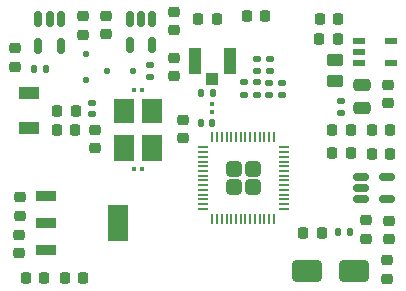
<source format=gbr>
%TF.GenerationSoftware,KiCad,Pcbnew,9.0.2*%
%TF.CreationDate,2025-07-25T10:59:28-07:00*%
%TF.ProjectId,OuterBoard_4.2,4f757465-7242-46f6-9172-645f342e322e,rev?*%
%TF.SameCoordinates,Original*%
%TF.FileFunction,Paste,Bot*%
%TF.FilePolarity,Positive*%
%FSLAX46Y46*%
G04 Gerber Fmt 4.6, Leading zero omitted, Abs format (unit mm)*
G04 Created by KiCad (PCBNEW 9.0.2) date 2025-07-25 10:59:28*
%MOMM*%
%LPD*%
G01*
G04 APERTURE LIST*
G04 Aperture macros list*
%AMRoundRect*
0 Rectangle with rounded corners*
0 $1 Rounding radius*
0 $2 $3 $4 $5 $6 $7 $8 $9 X,Y pos of 4 corners*
0 Add a 4 corners polygon primitive as box body*
4,1,4,$2,$3,$4,$5,$6,$7,$8,$9,$2,$3,0*
0 Add four circle primitives for the rounded corners*
1,1,$1+$1,$2,$3*
1,1,$1+$1,$4,$5*
1,1,$1+$1,$6,$7*
1,1,$1+$1,$8,$9*
0 Add four rect primitives between the rounded corners*
20,1,$1+$1,$2,$3,$4,$5,0*
20,1,$1+$1,$4,$5,$6,$7,0*
20,1,$1+$1,$6,$7,$8,$9,0*
20,1,$1+$1,$8,$9,$2,$3,0*%
G04 Aperture macros list end*
%ADD10RoundRect,0.225000X-0.225000X-0.250000X0.225000X-0.250000X0.225000X0.250000X-0.225000X0.250000X0*%
%ADD11RoundRect,0.225000X0.225000X0.250000X-0.225000X0.250000X-0.225000X-0.250000X0.225000X-0.250000X0*%
%ADD12RoundRect,0.079500X0.079500X0.100500X-0.079500X0.100500X-0.079500X-0.100500X0.079500X-0.100500X0*%
%ADD13RoundRect,0.225000X-0.250000X0.225000X-0.250000X-0.225000X0.250000X-0.225000X0.250000X0.225000X0*%
%ADD14RoundRect,0.225000X0.250000X-0.225000X0.250000X0.225000X-0.250000X0.225000X-0.250000X-0.225000X0*%
%ADD15R,1.050000X2.200000*%
%ADD16R,1.050000X1.000000*%
%ADD17R,1.803400X1.117600*%
%ADD18RoundRect,0.250000X-0.475000X0.250000X-0.475000X-0.250000X0.475000X-0.250000X0.475000X0.250000X0*%
%ADD19RoundRect,0.150000X-0.150000X0.512500X-0.150000X-0.512500X0.150000X-0.512500X0.150000X0.512500X0*%
%ADD20RoundRect,0.079500X-0.079500X-0.100500X0.079500X-0.100500X0.079500X0.100500X-0.079500X0.100500X0*%
%ADD21RoundRect,0.135000X0.185000X-0.135000X0.185000X0.135000X-0.185000X0.135000X-0.185000X-0.135000X0*%
%ADD22R,1.000000X0.599999*%
%ADD23RoundRect,0.250000X-1.000000X-0.650000X1.000000X-0.650000X1.000000X0.650000X-1.000000X0.650000X0*%
%ADD24RoundRect,0.218750X-0.218750X-0.256250X0.218750X-0.256250X0.218750X0.256250X-0.218750X0.256250X0*%
%ADD25R,1.761200X0.850800*%
%ADD26R,1.761200X3.150799*%
%ADD27RoundRect,0.125000X-0.125000X-0.125000X0.125000X-0.125000X0.125000X0.125000X-0.125000X0.125000X0*%
%ADD28RoundRect,0.135000X-0.185000X0.135000X-0.185000X-0.135000X0.185000X-0.135000X0.185000X0.135000X0*%
%ADD29RoundRect,0.140000X0.170000X-0.140000X0.170000X0.140000X-0.170000X0.140000X-0.170000X-0.140000X0*%
%ADD30RoundRect,0.250000X-0.450000X0.262500X-0.450000X-0.262500X0.450000X-0.262500X0.450000X0.262500X0*%
%ADD31RoundRect,0.125000X0.125000X-0.125000X0.125000X0.125000X-0.125000X0.125000X-0.125000X-0.125000X0*%
%ADD32RoundRect,0.079500X0.100500X-0.079500X0.100500X0.079500X-0.100500X0.079500X-0.100500X-0.079500X0*%
%ADD33RoundRect,0.135000X-0.135000X-0.185000X0.135000X-0.185000X0.135000X0.185000X-0.135000X0.185000X0*%
%ADD34R,1.682000X2.294000*%
%ADD35R,1.682000X2.040000*%
%ADD36RoundRect,0.140000X0.140000X0.170000X-0.140000X0.170000X-0.140000X-0.170000X0.140000X-0.170000X0*%
%ADD37RoundRect,0.150000X-0.512500X-0.150000X0.512500X-0.150000X0.512500X0.150000X-0.512500X0.150000X0*%
%ADD38RoundRect,0.249999X-0.395001X0.395001X-0.395001X-0.395001X0.395001X-0.395001X0.395001X0.395001X0*%
%ADD39RoundRect,0.050000X-0.050000X0.387500X-0.050000X-0.387500X0.050000X-0.387500X0.050000X0.387500X0*%
%ADD40RoundRect,0.050000X-0.387500X0.050000X-0.387500X-0.050000X0.387500X-0.050000X0.387500X0.050000X0*%
G04 APERTURE END LIST*
D10*
%TO.C,C16*%
X121765000Y-101750000D03*
X123315000Y-101750000D03*
%TD*%
D11*
%TO.C,C27*%
X152600000Y-91200000D03*
X151050000Y-91200000D03*
%TD*%
D12*
%TO.C,C43*%
X131600000Y-85820000D03*
X130910000Y-85820000D03*
%TD*%
D13*
%TO.C,C7*%
X128550000Y-79560000D03*
X128550000Y-81110000D03*
%TD*%
D14*
%TO.C,C9*%
X152320000Y-101785000D03*
X152320000Y-100235000D03*
%TD*%
%TO.C,C40*%
X127640000Y-90720000D03*
X127640000Y-89170000D03*
%TD*%
D15*
%TO.C,ANT1*%
X139060600Y-83399800D03*
X136110600Y-83399800D03*
D16*
X137585600Y-84924800D03*
%TD*%
D14*
%TO.C,C39*%
X134340000Y-84655000D03*
X134340000Y-83105000D03*
%TD*%
D17*
%TO.C,F1*%
X122070000Y-86071400D03*
X122070000Y-89068600D03*
%TD*%
D13*
%TO.C,C24*%
X150550000Y-96860000D03*
X150550000Y-98410000D03*
%TD*%
D11*
%TO.C,C20*%
X148175000Y-81530000D03*
X146625000Y-81530000D03*
%TD*%
%TO.C,C21*%
X149295000Y-91190000D03*
X147745000Y-91190000D03*
%TD*%
D18*
%TO.C,FB1*%
X150260000Y-85400000D03*
X150260000Y-87300000D03*
%TD*%
D14*
%TO.C,C37*%
X135110000Y-89875000D03*
X135110000Y-88325000D03*
%TD*%
D19*
%TO.C,U3*%
X130590000Y-79762500D03*
X131540000Y-79762500D03*
X132490000Y-79762500D03*
X132490000Y-82037500D03*
X130590000Y-82037500D03*
%TD*%
D13*
%TO.C,C11*%
X121270000Y-94915000D03*
X121270000Y-96465000D03*
%TD*%
%TO.C,C8*%
X134350000Y-79195000D03*
X134350000Y-80745000D03*
%TD*%
D20*
%TO.C,C45*%
X130905000Y-92500000D03*
X131595000Y-92500000D03*
%TD*%
D21*
%TO.C,R3*%
X141340000Y-86200000D03*
X141340000Y-85180000D03*
%TD*%
D22*
%TO.C,U7*%
X149954999Y-83550001D03*
X149954999Y-82600000D03*
X149954999Y-81650002D03*
X152704999Y-81650002D03*
X152704999Y-83550001D03*
%TD*%
D23*
%TO.C,D7*%
X145600000Y-101130000D03*
X149600000Y-101130000D03*
%TD*%
D21*
%TO.C,R20*%
X143510000Y-86210000D03*
X143510000Y-85190000D03*
%TD*%
D24*
%TO.C,D9*%
X145265000Y-97910000D03*
X146840000Y-97910000D03*
%TD*%
D25*
%TO.C,U4*%
X123505000Y-99400000D03*
X123505000Y-97100000D03*
X123505000Y-94800000D03*
D26*
X129555000Y-97100000D03*
%TD*%
D13*
%TO.C,C4*%
X126660000Y-79575000D03*
X126660000Y-81125000D03*
%TD*%
%TO.C,C26*%
X152560000Y-96870000D03*
X152560000Y-98420000D03*
%TD*%
D27*
%TO.C,D11*%
X128682500Y-84210000D03*
X130882500Y-84210000D03*
%TD*%
D28*
%TO.C,R4*%
X132330000Y-83710000D03*
X132330000Y-84730000D03*
%TD*%
D21*
%TO.C,R5*%
X148470000Y-87790000D03*
X148470000Y-86770000D03*
%TD*%
D11*
%TO.C,C25*%
X152600000Y-89190000D03*
X151050000Y-89190000D03*
%TD*%
D29*
%TO.C,C41*%
X127350000Y-87860000D03*
X127350000Y-86900000D03*
%TD*%
D11*
%TO.C,C36*%
X125980000Y-89200000D03*
X124430000Y-89200000D03*
%TD*%
%TO.C,C18*%
X137945000Y-79840000D03*
X136395000Y-79840000D03*
%TD*%
D30*
%TO.C,R10*%
X148000000Y-83257500D03*
X148000000Y-85082500D03*
%TD*%
D11*
%TO.C,C22*%
X148220000Y-79820000D03*
X146670000Y-79820000D03*
%TD*%
D31*
%TO.C,D10*%
X126870000Y-84987500D03*
X126870000Y-82787500D03*
%TD*%
D32*
%TO.C,L1*%
X137585600Y-87669800D03*
X137585600Y-86979800D03*
%TD*%
D33*
%TO.C,R15*%
X148202500Y-97850000D03*
X149222500Y-97850000D03*
%TD*%
D34*
%TO.C,Y2*%
X130078000Y-90747000D03*
D35*
X130078000Y-87580000D03*
X132460000Y-87580000D03*
D34*
X132460000Y-90747000D03*
%TD*%
D21*
%TO.C,R2*%
X142410000Y-86210000D03*
X142410000Y-85190000D03*
%TD*%
D36*
%TO.C,C35*%
X137580000Y-88580000D03*
X136620000Y-88580000D03*
%TD*%
D37*
%TO.C,U5*%
X150122500Y-95040000D03*
X150122500Y-94090000D03*
X150122500Y-93140000D03*
X152397500Y-93140000D03*
X152397500Y-95040000D03*
%TD*%
D13*
%TO.C,C10*%
X121200000Y-98095000D03*
X121200000Y-99645000D03*
%TD*%
D33*
%TO.C,R1*%
X122510000Y-84050000D03*
X123530000Y-84050000D03*
%TD*%
D13*
%TO.C,C3*%
X120890000Y-82300000D03*
X120890000Y-83850000D03*
%TD*%
D11*
%TO.C,C19*%
X149280000Y-89220000D03*
X147730000Y-89220000D03*
%TD*%
D10*
%TO.C,C17*%
X140510000Y-79550000D03*
X142060000Y-79550000D03*
%TD*%
D21*
%TO.C,R19*%
X140230000Y-86200000D03*
X140230000Y-85180000D03*
%TD*%
D10*
%TO.C,C13*%
X125100000Y-101770000D03*
X126650000Y-101770000D03*
%TD*%
D19*
%TO.C,U1*%
X122840000Y-79772500D03*
X123790000Y-79772500D03*
X124740000Y-79772500D03*
X124740000Y-82047500D03*
X122840000Y-82047500D03*
%TD*%
D36*
%TO.C,C33*%
X137590000Y-86064800D03*
X136630000Y-86064800D03*
%TD*%
D28*
%TO.C,R12*%
X141320000Y-83170000D03*
X141320000Y-84190000D03*
%TD*%
D11*
%TO.C,C34*%
X125995000Y-87570000D03*
X124445000Y-87570000D03*
%TD*%
D28*
%TO.C,R11*%
X142440000Y-83190000D03*
X142440000Y-84210000D03*
%TD*%
D14*
%TO.C,C15*%
X152430000Y-86925000D03*
X152430000Y-85375000D03*
%TD*%
D38*
%TO.C,U9*%
X140980000Y-92470000D03*
X139380000Y-92470000D03*
X140980000Y-94070000D03*
X139380000Y-94070000D03*
D39*
X137580000Y-89832500D03*
X137980000Y-89832500D03*
X138380000Y-89832500D03*
X138780000Y-89832500D03*
X139180000Y-89832500D03*
X139580000Y-89832500D03*
X139980000Y-89832500D03*
X140380000Y-89832500D03*
X140780000Y-89832500D03*
X141180000Y-89832500D03*
X141580000Y-89832500D03*
X141980000Y-89832500D03*
X142380000Y-89832500D03*
X142780000Y-89832500D03*
D40*
X143617500Y-90670000D03*
X143617500Y-91070000D03*
X143617500Y-91470000D03*
X143617500Y-91870000D03*
X143617500Y-92270000D03*
X143617500Y-92670000D03*
X143617500Y-93070000D03*
X143617500Y-93470000D03*
X143617500Y-93870000D03*
X143617500Y-94270000D03*
X143617500Y-94670000D03*
X143617500Y-95070000D03*
X143617500Y-95470000D03*
X143617500Y-95870000D03*
D39*
X142780000Y-96707500D03*
X142380000Y-96707500D03*
X141980000Y-96707500D03*
X141580000Y-96707500D03*
X141180000Y-96707500D03*
X140780000Y-96707500D03*
X140380000Y-96707500D03*
X139980000Y-96707500D03*
X139580000Y-96707500D03*
X139180000Y-96707500D03*
X138780000Y-96707500D03*
X138380000Y-96707500D03*
X137980000Y-96707500D03*
X137580000Y-96707500D03*
D40*
X136742500Y-95870000D03*
X136742500Y-95470000D03*
X136742500Y-95070000D03*
X136742500Y-94670000D03*
X136742500Y-94270000D03*
X136742500Y-93870000D03*
X136742500Y-93470000D03*
X136742500Y-93070000D03*
X136742500Y-92670000D03*
X136742500Y-92270000D03*
X136742500Y-91870000D03*
X136742500Y-91470000D03*
X136742500Y-91070000D03*
X136742500Y-90670000D03*
%TD*%
M02*

</source>
